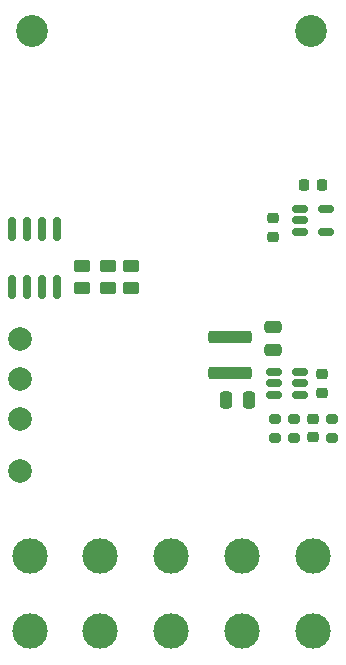
<source format=gbr>
%TF.GenerationSoftware,KiCad,Pcbnew,8.0.8*%
%TF.CreationDate,2025-02-27T22:45:34+01:00*%
%TF.ProjectId,BB_LED_Tube,42425f4c-4544-45f5-9475-62652e6b6963,rev?*%
%TF.SameCoordinates,Original*%
%TF.FileFunction,Soldermask,Top*%
%TF.FilePolarity,Negative*%
%FSLAX46Y46*%
G04 Gerber Fmt 4.6, Leading zero omitted, Abs format (unit mm)*
G04 Created by KiCad (PCBNEW 8.0.8) date 2025-02-27 22:45:34*
%MOMM*%
%LPD*%
G01*
G04 APERTURE LIST*
G04 Aperture macros list*
%AMRoundRect*
0 Rectangle with rounded corners*
0 $1 Rounding radius*
0 $2 $3 $4 $5 $6 $7 $8 $9 X,Y pos of 4 corners*
0 Add a 4 corners polygon primitive as box body*
4,1,4,$2,$3,$4,$5,$6,$7,$8,$9,$2,$3,0*
0 Add four circle primitives for the rounded corners*
1,1,$1+$1,$2,$3*
1,1,$1+$1,$4,$5*
1,1,$1+$1,$6,$7*
1,1,$1+$1,$8,$9*
0 Add four rect primitives between the rounded corners*
20,1,$1+$1,$2,$3,$4,$5,0*
20,1,$1+$1,$4,$5,$6,$7,0*
20,1,$1+$1,$6,$7,$8,$9,0*
20,1,$1+$1,$8,$9,$2,$3,0*%
G04 Aperture macros list end*
%ADD10RoundRect,0.250000X1.600000X-0.300000X1.600000X0.300000X-1.600000X0.300000X-1.600000X-0.300000X0*%
%ADD11RoundRect,0.225000X0.225000X0.250000X-0.225000X0.250000X-0.225000X-0.250000X0.225000X-0.250000X0*%
%ADD12RoundRect,0.225000X0.250000X-0.225000X0.250000X0.225000X-0.250000X0.225000X-0.250000X-0.225000X0*%
%ADD13C,3.000000*%
%ADD14C,2.000000*%
%ADD15RoundRect,0.200000X-0.275000X0.200000X-0.275000X-0.200000X0.275000X-0.200000X0.275000X0.200000X0*%
%ADD16RoundRect,0.250000X-0.450000X0.262500X-0.450000X-0.262500X0.450000X-0.262500X0.450000X0.262500X0*%
%ADD17RoundRect,0.250000X0.250000X0.475000X-0.250000X0.475000X-0.250000X-0.475000X0.250000X-0.475000X0*%
%ADD18RoundRect,0.150000X-0.512500X-0.150000X0.512500X-0.150000X0.512500X0.150000X-0.512500X0.150000X0*%
%ADD19RoundRect,0.150000X-0.150000X0.825000X-0.150000X-0.825000X0.150000X-0.825000X0.150000X0.825000X0*%
%ADD20RoundRect,0.250000X-0.475000X0.250000X-0.475000X-0.250000X0.475000X-0.250000X0.475000X0.250000X0*%
%ADD21C,2.700000*%
%ADD22RoundRect,0.225000X-0.250000X0.225000X-0.250000X-0.225000X0.250000X-0.225000X0.250000X0.225000X0*%
%ADD23RoundRect,0.250000X0.450000X-0.262500X0.450000X0.262500X-0.450000X0.262500X-0.450000X-0.262500X0*%
%ADD24RoundRect,0.200000X0.275000X-0.200000X0.275000X0.200000X-0.275000X0.200000X-0.275000X-0.200000X0*%
G04 APERTURE END LIST*
D10*
%TO.C,L1*%
X76600000Y-114015000D03*
X76600000Y-111015000D03*
%TD*%
D11*
%TO.C,C3*%
X84375000Y-98115000D03*
X82825000Y-98115000D03*
%TD*%
D12*
%TO.C,C2*%
X80200000Y-102490000D03*
X80200000Y-100940000D03*
%TD*%
D13*
%TO.C,GND4*%
X71600000Y-135915000D03*
%TD*%
D14*
%TO.C,DMX_B1*%
X58800000Y-117915000D03*
%TD*%
D13*
%TO.C,GND5*%
X77600000Y-135915000D03*
%TD*%
D15*
%TO.C,R5*%
X85200000Y-117890000D03*
X85200000Y-119540000D03*
%TD*%
D13*
%TO.C,GND2*%
X59600000Y-135915000D03*
%TD*%
%TO.C,VCC5*%
X77600000Y-129515000D03*
%TD*%
D12*
%TO.C,C6*%
X83600000Y-119490000D03*
X83600000Y-117940000D03*
%TD*%
D13*
%TO.C,GND3*%
X65600000Y-135915000D03*
%TD*%
D15*
%TO.C,R7*%
X80400000Y-117890000D03*
X80400000Y-119540000D03*
%TD*%
D16*
%TO.C,R3*%
X66200000Y-105002500D03*
X66200000Y-106827500D03*
%TD*%
D17*
%TO.C,C4*%
X78150000Y-116315000D03*
X76250000Y-116315000D03*
%TD*%
D18*
%TO.C,U2*%
X82462500Y-100165000D03*
X82462500Y-101115000D03*
X82462500Y-102065000D03*
X84737500Y-102065000D03*
X84737500Y-100165000D03*
%TD*%
D19*
%TO.C,U3*%
X61905000Y-101840000D03*
X60635000Y-101840000D03*
X59365000Y-101840000D03*
X58095000Y-101840000D03*
X58095000Y-106790000D03*
X59365000Y-106790000D03*
X60635000Y-106790000D03*
X61905000Y-106790000D03*
%TD*%
D20*
%TO.C,C7*%
X80200000Y-110165000D03*
X80200000Y-112065000D03*
%TD*%
D13*
%TO.C,VCC3*%
X65600000Y-129515000D03*
%TD*%
D14*
%TO.C,LED_Data1*%
X58800000Y-122315000D03*
%TD*%
D13*
%TO.C,VCC1*%
X83600000Y-129515000D03*
%TD*%
D14*
%TO.C,GND6*%
X58800000Y-111115000D03*
%TD*%
D21*
%TO.C,H1*%
X59800000Y-85115000D03*
%TD*%
D22*
%TO.C,C5*%
X84400000Y-114140000D03*
X84400000Y-115690000D03*
%TD*%
D23*
%TO.C,R2*%
X64000000Y-106827500D03*
X64000000Y-105002500D03*
%TD*%
D24*
%TO.C,R6*%
X82000000Y-119540000D03*
X82000000Y-117890000D03*
%TD*%
D13*
%TO.C,VCC2*%
X59600000Y-129515000D03*
%TD*%
%TO.C,GND1*%
X83600000Y-135915000D03*
%TD*%
%TO.C,VCC4*%
X71600000Y-129515000D03*
%TD*%
D18*
%TO.C,U4*%
X80262500Y-113965000D03*
X80262500Y-114915000D03*
X80262500Y-115865000D03*
X82537500Y-115865000D03*
X82537500Y-114915000D03*
X82537500Y-113965000D03*
%TD*%
D14*
%TO.C,DMX_A1*%
X58800000Y-114515000D03*
%TD*%
D21*
%TO.C,H2*%
X83400000Y-85115000D03*
%TD*%
D23*
%TO.C,R4*%
X68200000Y-106827500D03*
X68200000Y-105002500D03*
%TD*%
M02*

</source>
